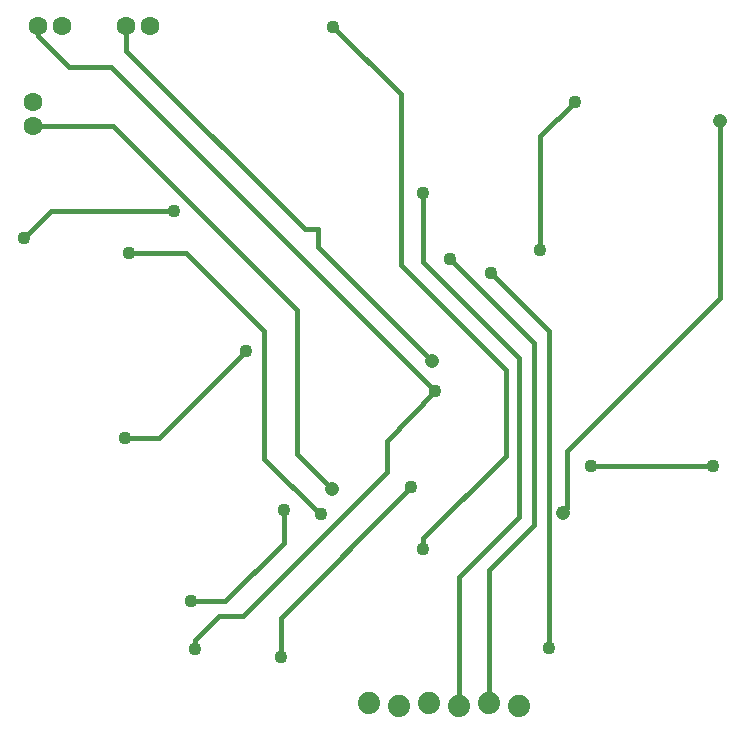
<source format=gbl>
G75*
%MOIN*%
%OFA0B0*%
%FSLAX25Y25*%
%IPPOS*%
%LPD*%
%AMOC8*
5,1,8,0,0,1.08239X$1,22.5*
%
%ADD10C,0.06299*%
%ADD11C,0.07400*%
%ADD12C,0.04756*%
%ADD13C,0.01600*%
%ADD14C,0.04362*%
D10*
X0114957Y0300185D03*
X0114957Y0308059D03*
X0116685Y0333287D03*
X0124559Y0333287D03*
X0146185Y0333287D03*
X0154059Y0333287D03*
D11*
X0227122Y0107622D03*
X0237122Y0106622D03*
X0247122Y0107622D03*
X0257122Y0106622D03*
X0267122Y0107622D03*
X0277122Y0106622D03*
D12*
X0291622Y0171122D03*
X0248122Y0221622D03*
X0214622Y0179122D03*
X0344122Y0301622D03*
D13*
X0344122Y0242622D01*
X0293122Y0191622D01*
X0293122Y0172622D01*
X0291622Y0171122D01*
X0282122Y0167122D02*
X0282122Y0227622D01*
X0254122Y0255622D01*
X0245122Y0254622D02*
X0245122Y0277622D01*
X0245122Y0254622D02*
X0277122Y0222622D01*
X0277122Y0169622D01*
X0257122Y0149622D01*
X0257122Y0106622D01*
X0267122Y0107622D02*
X0267122Y0152122D01*
X0282122Y0167122D01*
X0301122Y0186622D02*
X0341622Y0186622D01*
X0287122Y0231622D02*
X0267622Y0251122D01*
X0284122Y0258622D02*
X0284122Y0296622D01*
X0295622Y0308122D01*
X0237622Y0310622D02*
X0237622Y0253622D01*
X0272622Y0218622D01*
X0272622Y0190122D01*
X0245122Y0162622D01*
X0245122Y0159122D01*
X0241122Y0179622D02*
X0197622Y0136122D01*
X0197622Y0123122D01*
X0185122Y0136622D02*
X0233122Y0184622D01*
X0233122Y0195122D01*
X0249122Y0211622D01*
X0141122Y0319622D01*
X0127122Y0319622D01*
X0116685Y0330059D01*
X0116685Y0333287D01*
X0146185Y0333287D02*
X0146185Y0325059D01*
X0205622Y0265622D01*
X0210122Y0265622D01*
X0210122Y0259622D01*
X0248122Y0221622D01*
X0287122Y0231622D02*
X0287122Y0126122D01*
X0214622Y0179122D02*
X0203122Y0190622D01*
X0203122Y0238622D01*
X0141559Y0300185D01*
X0114957Y0300185D01*
X0121122Y0271622D02*
X0112122Y0262622D01*
X0121122Y0271622D02*
X0162122Y0271622D01*
X0166122Y0257622D02*
X0147122Y0257622D01*
X0166122Y0257622D02*
X0192122Y0231622D01*
X0192122Y0189122D01*
X0210622Y0170622D01*
X0211122Y0170622D01*
X0198622Y0172122D02*
X0198622Y0161122D01*
X0179122Y0141622D01*
X0167622Y0141622D01*
X0177122Y0136622D02*
X0185122Y0136622D01*
X0177122Y0136622D02*
X0169122Y0128622D01*
X0169122Y0125622D01*
X0157122Y0196122D02*
X0145622Y0196122D01*
X0157122Y0196122D02*
X0186122Y0225122D01*
X0237622Y0310622D02*
X0215122Y0333122D01*
D14*
X0167622Y0141622D03*
X0169122Y0125622D03*
X0197622Y0123122D03*
X0245122Y0159122D03*
X0241122Y0179622D03*
X0211122Y0170622D03*
X0198622Y0172122D03*
X0145622Y0196122D03*
X0186122Y0225122D03*
X0147122Y0257622D03*
X0162122Y0271622D03*
X0112122Y0262622D03*
X0215122Y0333122D03*
X0245122Y0277622D03*
X0254122Y0255622D03*
X0267622Y0251122D03*
X0284122Y0258622D03*
X0295622Y0308122D03*
X0249122Y0211622D03*
X0301122Y0186622D03*
X0341622Y0186622D03*
X0287122Y0126122D03*
M02*

</source>
